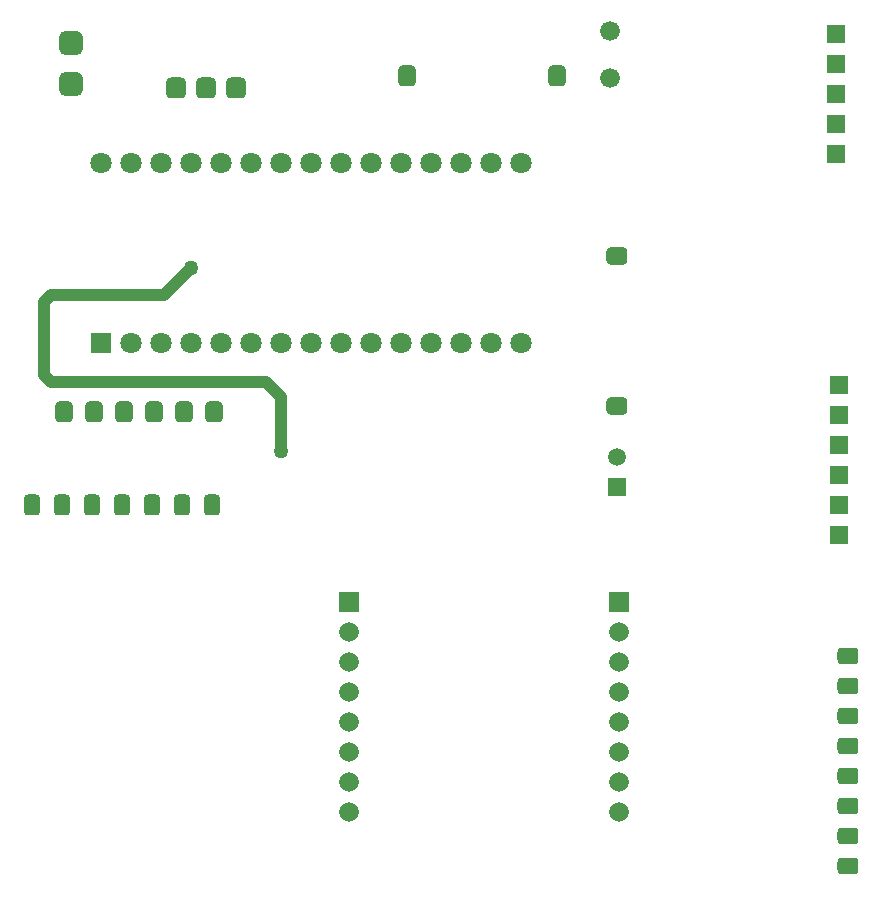
<source format=gtl>
G04*
G04 #@! TF.GenerationSoftware,Altium Limited,Altium Designer,23.0.1 (38)*
G04*
G04 Layer_Physical_Order=1*
G04 Layer_Color=255*
%FSLAX44Y44*%
%MOMM*%
G71*
G04*
G04 #@! TF.SameCoordinates,985B461A-E2ED-4122-8631-A30AF7355125*
G04*
G04*
G04 #@! TF.FilePolarity,Positive*
G04*
G01*
G75*
%ADD10C,1.0160*%
%ADD11R,1.5240X1.5240*%
G04:AMPARAMS|DCode=12|XSize=1.408mm|YSize=1.778mm|CornerRadius=0.352mm|HoleSize=0mm|Usage=FLASHONLY|Rotation=270.000|XOffset=0mm|YOffset=0mm|HoleType=Round|Shape=RoundedRectangle|*
%AMROUNDEDRECTD12*
21,1,1.4080,1.0740,0,0,270.0*
21,1,0.7040,1.7780,0,0,270.0*
1,1,0.7040,-0.5370,-0.3520*
1,1,0.7040,-0.5370,0.3520*
1,1,0.7040,0.5370,0.3520*
1,1,0.7040,0.5370,-0.3520*
%
%ADD12ROUNDEDRECTD12*%
%ADD13R,1.8000X1.8000*%
%ADD14C,1.8000*%
G04:AMPARAMS|DCode=15|XSize=1.524mm|YSize=1.778mm|CornerRadius=0.381mm|HoleSize=0mm|Usage=FLASHONLY|Rotation=0.000|XOffset=0mm|YOffset=0mm|HoleType=Round|Shape=RoundedRectangle|*
%AMROUNDEDRECTD15*
21,1,1.5240,1.0160,0,0,0.0*
21,1,0.7620,1.7780,0,0,0.0*
1,1,0.7620,0.3810,-0.5080*
1,1,0.7620,-0.3810,-0.5080*
1,1,0.7620,-0.3810,0.5080*
1,1,0.7620,0.3810,0.5080*
%
%ADD15ROUNDEDRECTD15*%
%ADD16C,1.6764*%
G04:AMPARAMS|DCode=17|XSize=1.7mm|YSize=1.778mm|CornerRadius=0.425mm|HoleSize=0mm|Usage=FLASHONLY|Rotation=180.000|XOffset=0mm|YOffset=0mm|HoleType=Round|Shape=RoundedRectangle|*
%AMROUNDEDRECTD17*
21,1,1.7000,0.9280,0,0,180.0*
21,1,0.8500,1.7780,0,0,180.0*
1,1,0.8500,-0.4250,0.4640*
1,1,0.8500,0.4250,0.4640*
1,1,0.8500,0.4250,-0.4640*
1,1,0.8500,-0.4250,-0.4640*
%
%ADD17ROUNDEDRECTD17*%
G04:AMPARAMS|DCode=18|XSize=1.408mm|YSize=1.778mm|CornerRadius=0.352mm|HoleSize=0mm|Usage=FLASHONLY|Rotation=0.000|XOffset=0mm|YOffset=0mm|HoleType=Round|Shape=RoundedRectangle|*
%AMROUNDEDRECTD18*
21,1,1.4080,1.0740,0,0,0.0*
21,1,0.7040,1.7780,0,0,0.0*
1,1,0.7040,0.3520,-0.5370*
1,1,0.7040,-0.3520,-0.5370*
1,1,0.7040,-0.3520,0.5370*
1,1,0.7040,0.3520,0.5370*
%
%ADD18ROUNDEDRECTD18*%
G04:AMPARAMS|DCode=19|XSize=2mm|YSize=2mm|CornerRadius=0.5mm|HoleSize=0mm|Usage=FLASHONLY|Rotation=270.000|XOffset=0mm|YOffset=0mm|HoleType=Round|Shape=RoundedRectangle|*
%AMROUNDEDRECTD19*
21,1,2.0000,1.0000,0,0,270.0*
21,1,1.0000,2.0000,0,0,270.0*
1,1,1.0000,-0.5000,-0.5000*
1,1,1.0000,-0.5000,0.5000*
1,1,1.0000,0.5000,0.5000*
1,1,1.0000,0.5000,-0.5000*
%
%ADD19ROUNDEDRECTD19*%
%ADD20C,1.6650*%
%ADD21R,1.6650X1.6650*%
%ADD22R,1.5080X1.5080*%
%ADD23C,1.5080*%
G04:AMPARAMS|DCode=24|XSize=1.524mm|YSize=1.778mm|CornerRadius=0.381mm|HoleSize=0mm|Usage=FLASHONLY|Rotation=270.000|XOffset=0mm|YOffset=0mm|HoleType=Round|Shape=RoundedRectangle|*
%AMROUNDEDRECTD24*
21,1,1.5240,1.0160,0,0,270.0*
21,1,0.7620,1.7780,0,0,270.0*
1,1,0.7620,-0.5080,-0.3810*
1,1,0.7620,-0.5080,0.3810*
1,1,0.7620,0.5080,0.3810*
1,1,0.7620,0.5080,-0.3810*
%
%ADD24ROUNDEDRECTD24*%
%ADD25C,1.2700*%
D10*
X313292Y868680D02*
X495300D01*
X508000Y810260D02*
Y855980D01*
X495300Y868680D02*
X508000Y855980D01*
X307340Y874632D02*
X313292Y868680D01*
X307340Y874632D02*
Y936388D01*
X313292Y942340D01*
X408940D01*
X431800Y965200D01*
D11*
X980440Y739140D02*
D03*
Y764540D02*
D03*
Y789940D02*
D03*
Y815340D02*
D03*
Y840740D02*
D03*
Y866140D02*
D03*
X977900Y1163320D02*
D03*
Y1137920D02*
D03*
Y1112520D02*
D03*
Y1087120D02*
D03*
Y1061720D02*
D03*
D12*
X988060Y458470D02*
D03*
Y483870D02*
D03*
Y509270D02*
D03*
Y534670D02*
D03*
Y560070D02*
D03*
Y585470D02*
D03*
Y610870D02*
D03*
Y636270D02*
D03*
D13*
X355600Y901700D02*
D03*
D14*
X381000D02*
D03*
X406400D02*
D03*
X431800D02*
D03*
X457200D02*
D03*
X482600D02*
D03*
X508000D02*
D03*
X533400D02*
D03*
X558800D02*
D03*
X584200D02*
D03*
X609600D02*
D03*
X635000D02*
D03*
X660400D02*
D03*
X685800D02*
D03*
X711200D02*
D03*
Y1054100D02*
D03*
X685800D02*
D03*
X660400D02*
D03*
X635000D02*
D03*
X609600D02*
D03*
X584200D02*
D03*
X558800D02*
D03*
X533400D02*
D03*
X508000D02*
D03*
X482600D02*
D03*
X457200D02*
D03*
X431800D02*
D03*
X406400D02*
D03*
X381000D02*
D03*
X355600D02*
D03*
D15*
X323850Y843280D02*
D03*
X349250D02*
D03*
X374650D02*
D03*
X400050D02*
D03*
X425450D02*
D03*
X450850D02*
D03*
X614680Y1127760D02*
D03*
X741680D02*
D03*
D16*
X786130Y1125474D02*
D03*
Y1165474D02*
D03*
D17*
X469900Y1117600D02*
D03*
X444500D02*
D03*
X419100D02*
D03*
D18*
X449580Y764540D02*
D03*
X424180D02*
D03*
X398780D02*
D03*
X373380D02*
D03*
X347980D02*
D03*
X322580D02*
D03*
X297180D02*
D03*
D19*
X330200Y1120700D02*
D03*
Y1155700D02*
D03*
D20*
X565150Y504190D02*
D03*
Y529590D02*
D03*
Y554990D02*
D03*
Y580390D02*
D03*
Y605790D02*
D03*
Y631190D02*
D03*
Y656590D02*
D03*
X793750D02*
D03*
Y631190D02*
D03*
Y605790D02*
D03*
Y580390D02*
D03*
Y554990D02*
D03*
Y529590D02*
D03*
Y504190D02*
D03*
D21*
X565150Y681990D02*
D03*
X793750D02*
D03*
D22*
X792480Y779780D02*
D03*
D23*
Y805180D02*
D03*
D24*
Y975360D02*
D03*
Y848360D02*
D03*
D25*
X431800Y965200D02*
D03*
X508000Y810260D02*
D03*
M02*

</source>
